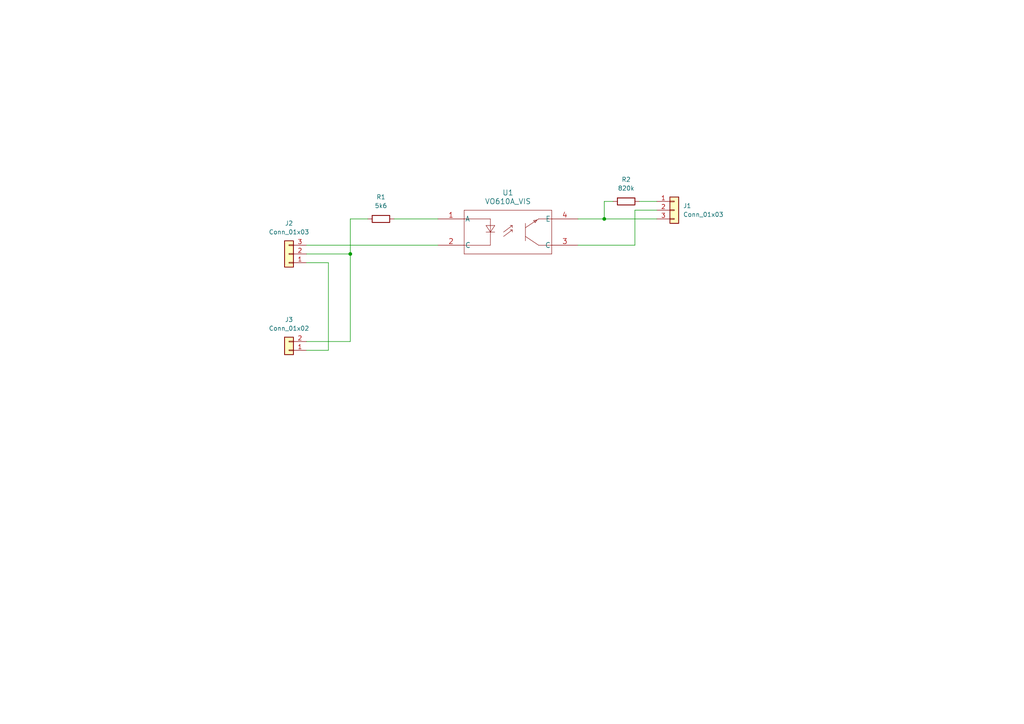
<source format=kicad_sch>
(kicad_sch (version 20230121) (generator eeschema)
  (paper "A4")
  (lib_symbols
    (symbol "Connector_Generic:Conn_01x02" (pin_names (offset 1.016) hide)
      (property "Reference" "J" (at 0 2.54 0))
      (property "Value" "Conn_01x02" (at 0 -5.08 0))
      (symbol "Conn_01x02_1_1"
        (rectangle (start -1.27 -2.413) (end 0 -2.667) (stroke (width 0.1524)))
        (rectangle (start -1.27 0.127) (end 0 -0.127) (stroke (width 0.1524)))
        (rectangle (start -1.27 1.27) (end 1.27 -3.81) (stroke (width 0.254)) (fill (type background)))
        (pin passive line (at -5.08 0 0) (length 3.81) (name "Pin_1") (number "1"))
        (pin passive line (at -5.08 -2.54 0) (length 3.81) (name "Pin_2") (number "2"))
      )
    )
    (symbol "Connector_Generic:Conn_01x03" (pin_names (offset 1.016) hide)
      (property "Reference" "J" (at 0 5.08 0))
      (property "Value" "Conn_01x03" (at 0 -5.08 0))
      (symbol "Conn_01x03_1_1"
        (rectangle (start -1.27 -2.413) (end 0 -2.667) (stroke (width 0.1524)))
        (rectangle (start -1.27 0.127) (end 0 -0.127) (stroke (width 0.1524)))
        (rectangle (start -1.27 2.667) (end 0 2.413) (stroke (width 0.1524)))
        (rectangle (start -1.27 3.81) (end 1.27 -3.81) (stroke (width 0.254)) (fill (type background)))
        (pin passive line (at -5.08 2.54 0) (length 3.81) (name "Pin_1") (number "1"))
        (pin passive line (at -5.08 0 0) (length 3.81) (name "Pin_2") (number "2"))
        (pin passive line (at -5.08 -2.54 0) (length 3.81) (name "Pin_3") (number "3"))
      )
    )
    (symbol "Device:R" (pin_numbers hide) (pin_names (offset 0))
      (property "Reference" "R" (at 2.032 0 90))
      (property "Value" "R" (at 0 0 90))
      (symbol "R_0_1"
        (rectangle (start -1.016 -2.54) (end 1.016 2.54) (stroke (width 0.254)))
      )
      (symbol "R_1_1"
        (pin passive line (at 0 3.81 270) (length 1.27) (name "~") (number "1"))
        (pin passive line (at 0 -3.81 90) (length 1.27) (name "~") (number "2"))
      )
    )
    (symbol "VO610A:VO610A_VIS" (pin_names (offset 0.254))
      (property "Reference" "U" (at 20.32 7.62 0))
      (property "Value" "VO610A_VIS" (at 20.32 5.08 0))
      (symbol "VO610A_VIS_1_1"
        (polyline (pts (xy 7.62 -10.16) (xy 33.02 -10.16)) (stroke (width 0.127)))
        (polyline (pts (xy 7.62 0) (xy 15.24 0)) (stroke (width 0.127)))
        (polyline (pts (xy 7.62 2.54) (xy 7.62 -10.16)) (stroke (width 0.127)))
        (polyline (pts (xy 13.97 -3.81) (xy 16.51 -3.81)) (stroke (width 0.127)))
        (polyline (pts (xy 13.97 -1.905) (xy 16.51 -1.905)) (stroke (width 0.127)))
        (polyline (pts (xy 15.24 -7.62) (xy 7.62 -7.62)) (stroke (width 0.127)))
        (polyline (pts (xy 15.24 -3.81) (xy 13.97 -1.905)) (stroke (width 0.127)))
        (polyline (pts (xy 15.24 0) (xy 15.24 -7.62)) (stroke (width 0.127)))
        (polyline (pts (xy 16.51 -1.905) (xy 15.24 -3.81)) (stroke (width 0.127)))
        (polyline (pts (xy 19.05 -5.08) (xy 21.59 -3.175)) (stroke (width 0.127)))
        (polyline (pts (xy 19.05 -3.81) (xy 21.59 -1.905)) (stroke (width 0.127)))
        (polyline (pts (xy 21.59 -3.175) (xy 20.955 -3.175)) (stroke (width 0.127)))
        (polyline (pts (xy 21.59 -3.175) (xy 21.59 -3.81)) (stroke (width 0.127)))
        (polyline (pts (xy 21.59 -1.905) (xy 20.955 -1.905)) (stroke (width 0.127)))
        (polyline (pts (xy 21.59 -1.905) (xy 21.59 -2.54)) (stroke (width 0.127)))
        (polyline (pts (xy 25.4 -2.54) (xy 29.21 0)) (stroke (width 0.127)))
        (polyline (pts (xy 25.4 -1.27) (xy 25.4 -6.35)) (stroke (width 0.127)))
        (polyline (pts (xy 28.2448 -1.0922) (xy 27.7622 -0.4572)) (stroke (width 0.127)))
        (polyline (pts (xy 28.7274 -0.3048) (xy 27.7622 -0.4572)) (stroke (width 0.127)))
        (polyline (pts (xy 28.7274 -0.3048) (xy 28.2448 -1.0922)) (stroke (width 0.127)))
        (polyline (pts (xy 29.21 -7.62) (xy 25.4 -5.08)) (stroke (width 0.127)))
        (polyline (pts (xy 33.02 -10.16) (xy 33.02 2.54)) (stroke (width 0.127)))
        (polyline (pts (xy 33.02 -7.62) (xy 29.21 -7.62)) (stroke (width 0.127)))
        (polyline (pts (xy 33.02 0) (xy 29.21 0)) (stroke (width 0.127)))
        (polyline (pts (xy 33.02 2.54) (xy 7.62 2.54)) (stroke (width 0.127)))
        (pin unspecified line (at 0 0 0) (length 7.62) (name "A") (number "1"))
        (pin unspecified line (at 0 -7.62 0) (length 7.62) (name "C") (number "2"))
        (pin unspecified line (at 40.64 -7.62 180) (length 7.62) (name "C") (number "3"))
        (pin unspecified line (at 40.64 0 180) (length 7.62) (name "E") (number "4"))
      )
    )
  )
  (junction (at 175.26 63.5))
  (junction (at 101.6 73.66))
  (wire (pts (xy 184.15 71.12) (xy 167.64 71.12)))
  (wire (pts (xy 101.6 63.5) (xy 106.68 63.5)))
  (wire (pts (xy 175.26 63.5) (xy 190.5 63.5)))
  (wire (pts (xy 101.6 73.66) (xy 101.6 63.5)))
  (wire (pts (xy 177.8 58.42) (xy 175.26 58.42)))
  (wire (pts (xy 88.9 71.12) (xy 127 71.12)))
  (wire (pts (xy 88.9 76.2) (xy 95.25 76.2)))
  (wire (pts (xy 167.64 63.5) (xy 175.26 63.5)))
  (wire (pts (xy 88.9 73.66) (xy 101.6 73.66)))
  (wire (pts (xy 101.6 99.06) (xy 88.9 99.06)))
  (wire (pts (xy 95.25 101.6) (xy 88.9 101.6)))
  (wire (pts (xy 190.5 60.96) (xy 184.15 60.96)))
  (wire (pts (xy 95.25 76.2) (xy 95.25 101.6)))
  (wire (pts (xy 184.15 60.96) (xy 184.15 71.12)))
  (wire (pts (xy 175.26 58.42) (xy 175.26 63.5)))
  (wire (pts (xy 114.3 63.5) (xy 127 63.5)))
  (wire (pts (xy 185.42 58.42) (xy 190.5 58.42)))
  (wire (pts (xy 101.6 73.66) (xy 101.6 99.06)))
  (symbol (lib_id "Device:R") (at 181.61 58.42 90) (unit 1)
    (property "Reference" "R2" (at 181.61 52.07 90))
    (property "Value" "820k" (at 181.61 54.61 90))
  )
  (symbol (lib_id "Device:R") (at 110.49 63.5 90) (unit 1)
    (property "Reference" "R1" (at 110.49 57.15 90))
    (property "Value" "5k6" (at 110.49 59.69 90))
  )
  (symbol (lib_id "Connector_Generic:Conn_01x02") (at 83.82 101.6 180) (unit 1)
    (property "Reference" "J3" (at 83.82 92.71 0))
    (property "Value" "Conn_01x02" (at 83.82 95.25 0))
  )
  (symbol (lib_id "Connector_Generic:Conn_01x03") (at 195.58 60.96 0) (unit 1)
    (property "Reference" "J1" (at 198.12 59.69 0) (effects (justify left)))
    (property "Value" "Conn_01x03" (at 198.12 62.23 0) (effects (justify left)))
  )
  (symbol (lib_id "VO610A:VO610A_VIS") (at 127 63.5 0) (unit 1)
    (property "Reference" "U1" (at 147.32 55.88 0) (effects (font (size 1.524 1.524))))
    (property "Value" "VO610A_VIS" (at 147.32 58.42 0) (effects (font (size 1.524 1.524))))
    (property "Footprint" "DIP-4_VO610A_VIS" (effects hide))
  )
  (symbol (lib_id "Connector_Generic:Conn_01x03") (at 83.82 73.66 180) (unit 1)
    (property "Reference" "J2" (at 83.82 64.77 0))
    (property "Value" "Conn_01x03" (at 83.82 67.31 0))
  )
)
</source>
